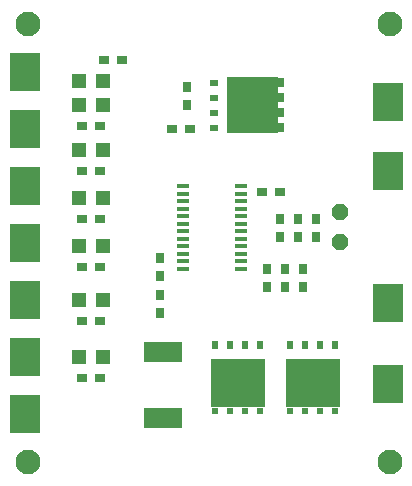
<source format=gbr>
G04 EAGLE Gerber RS-274X export*
G75*
%MOMM*%
%FSLAX34Y34*%
%LPD*%
%INSoldermask Top*%
%IPPOS*%
%AMOC8*
5,1,8,0,0,1.08239X$1,22.5*%
G01*
%ADD10C,2.100000*%
%ADD11R,1.000000X0.330000*%
%ADD12R,1.200000X1.300000*%
%ADD13R,2.540000X3.302000*%
%ADD14R,0.900000X0.800000*%
%ADD15R,0.800000X0.900000*%
%ADD16R,3.200000X1.800000*%
%ADD17R,0.500000X0.650000*%
%ADD18R,0.500000X0.550000*%
%ADD19R,4.600000X4.120000*%
%ADD20R,0.650000X0.500000*%
%ADD21P,1.429621X8X292.500000*%

G36*
X229447Y323967D02*
X229447Y323967D01*
X229442Y323974D01*
X229449Y323980D01*
X229449Y325381D01*
X234900Y325381D01*
X234947Y325417D01*
X234942Y325424D01*
X234949Y325430D01*
X234949Y332430D01*
X234913Y332477D01*
X234906Y332472D01*
X234900Y332479D01*
X229449Y332479D01*
X229449Y338081D01*
X234900Y338081D01*
X234947Y338117D01*
X234942Y338124D01*
X234949Y338130D01*
X234949Y345130D01*
X234913Y345177D01*
X234906Y345172D01*
X234900Y345179D01*
X229449Y345179D01*
X229449Y350781D01*
X234900Y350781D01*
X234947Y350817D01*
X234942Y350824D01*
X234949Y350830D01*
X234949Y357830D01*
X234913Y357877D01*
X234906Y357872D01*
X234900Y357879D01*
X229449Y357879D01*
X229449Y363481D01*
X234900Y363481D01*
X234947Y363517D01*
X234942Y363524D01*
X234949Y363530D01*
X234949Y370530D01*
X234913Y370577D01*
X234906Y370572D01*
X234900Y370579D01*
X229449Y370579D01*
X229449Y371980D01*
X229413Y372027D01*
X229406Y372022D01*
X229400Y372029D01*
X186200Y372029D01*
X186153Y371993D01*
X186158Y371986D01*
X186151Y371980D01*
X186151Y323980D01*
X186187Y323933D01*
X186194Y323938D01*
X186200Y323931D01*
X229400Y323931D01*
X229447Y323967D01*
G37*
D10*
X18288Y416560D03*
X18288Y45720D03*
X324358Y45720D03*
X324358Y416560D03*
D11*
X148860Y279400D03*
X148860Y273050D03*
X148860Y266700D03*
X148860Y260350D03*
X148860Y254000D03*
X148860Y247650D03*
X148860Y241300D03*
X148860Y234950D03*
X148860Y228600D03*
X148860Y222250D03*
X148860Y215900D03*
X148860Y209550D03*
X198360Y279400D03*
X198360Y273050D03*
X198360Y266700D03*
X198360Y260350D03*
X198360Y254000D03*
X198360Y247650D03*
X198360Y241300D03*
X198360Y234950D03*
X198360Y228600D03*
X198360Y222250D03*
X198360Y215900D03*
X198360Y209550D03*
D12*
X60960Y368300D03*
X81280Y368300D03*
D13*
X322580Y350520D03*
X322580Y180340D03*
D14*
X97790Y386080D03*
X82550Y386080D03*
X63500Y330200D03*
X78740Y330200D03*
X63500Y292100D03*
X78740Y292100D03*
X63500Y251460D03*
X78740Y251460D03*
X63500Y210820D03*
X78740Y210820D03*
X63500Y165100D03*
X78740Y165100D03*
D12*
X60960Y347980D03*
X81280Y347980D03*
X60960Y309880D03*
X81280Y309880D03*
X60960Y269240D03*
X81280Y269240D03*
X60960Y228600D03*
X81280Y228600D03*
X60960Y182880D03*
X81280Y182880D03*
X60960Y134620D03*
X81280Y134620D03*
D14*
X63500Y116840D03*
X78740Y116840D03*
D15*
X129286Y171958D03*
X129286Y187198D03*
X129286Y218440D03*
X129286Y203200D03*
D14*
X215900Y274320D03*
X231140Y274320D03*
D16*
X132080Y138998D03*
X132080Y82998D03*
D13*
X15240Y86360D03*
X15240Y134620D03*
X15240Y182880D03*
X15240Y231140D03*
X15240Y279400D03*
X15240Y327660D03*
X322580Y292100D03*
D15*
X231140Y236220D03*
X231140Y251460D03*
D17*
X214630Y144390D03*
X201930Y144390D03*
X189230Y144390D03*
X176530Y144390D03*
D18*
X176530Y88890D03*
X189230Y88890D03*
X201930Y88890D03*
X214630Y88890D03*
D19*
X195580Y112240D03*
D20*
X175650Y367030D03*
X175650Y354330D03*
X175650Y341630D03*
X175650Y328930D03*
D14*
X139700Y327660D03*
X154940Y327660D03*
D15*
X152400Y347980D03*
X152400Y363220D03*
D17*
X278130Y144390D03*
X265430Y144390D03*
X252730Y144390D03*
X240030Y144390D03*
D18*
X240030Y88890D03*
X252730Y88890D03*
X265430Y88890D03*
X278130Y88890D03*
D19*
X259080Y112240D03*
D15*
X235204Y193548D03*
X235204Y208788D03*
X219964Y193548D03*
X219964Y208788D03*
X250444Y193548D03*
X250444Y208788D03*
X246380Y236220D03*
X246380Y251460D03*
X261620Y236220D03*
X261620Y251460D03*
D21*
X281940Y257810D03*
X281940Y232410D03*
D13*
X322580Y111760D03*
X15240Y375920D03*
M02*

</source>
